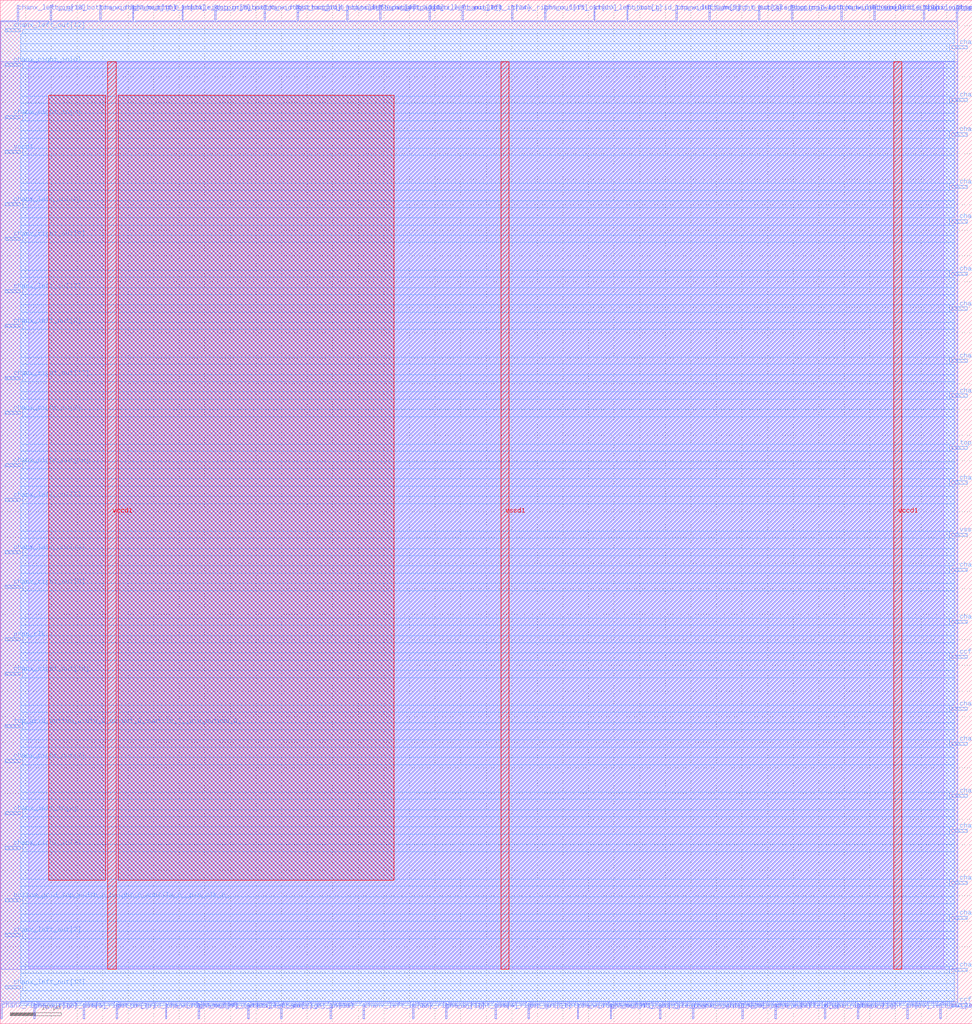
<source format=lef>
VERSION 5.7 ;
  NOWIREEXTENSIONATPIN ON ;
  DIVIDERCHAR "/" ;
  BUSBITCHARS "[]" ;
MACRO cbx_1__4_
  CLASS BLOCK ;
  FOREIGN cbx_1__4_ ;
  ORIGIN 0.000 0.000 ;
  SIZE 190.000 BY 200.000 ;
  PIN bottom_grid_top_width_0_height_0_subtile_0__pin_I_0_
    DIRECTION OUTPUT TRISTATE ;
    USE SIGNAL ;
    PORT
      LAYER met2 ;
        RECT 58.050 196.000 58.330 199.000 ;
    END
  END bottom_grid_top_width_0_height_0_subtile_0__pin_I_0_
  PIN bottom_grid_top_width_0_height_0_subtile_0__pin_I_4_
    DIRECTION OUTPUT TRISTATE ;
    USE SIGNAL ;
    PORT
      LAYER met2 ;
        RECT 122.450 196.000 122.730 199.000 ;
    END
  END bottom_grid_top_width_0_height_0_subtile_0__pin_I_4_
  PIN bottom_grid_top_width_0_height_0_subtile_0__pin_I_8_
    DIRECTION OUTPUT TRISTATE ;
    USE SIGNAL ;
    PORT
      LAYER met2 ;
        RECT 22.630 1.000 22.910 4.000 ;
    END
  END bottom_grid_top_width_0_height_0_subtile_0__pin_I_8_
  PIN bottom_grid_top_width_0_height_0_subtile_0__pin_clk_0_
    DIRECTION OUTPUT TRISTATE ;
    USE SIGNAL ;
    PORT
      LAYER met3 ;
        RECT 1.000 23.840 4.000 24.440 ;
    END
  END bottom_grid_top_width_0_height_0_subtile_0__pin_clk_0_
  PIN ccff_head
    DIRECTION INPUT ;
    USE SIGNAL ;
    PORT
      LAYER met3 ;
        RECT 186.000 3.440 189.000 4.040 ;
    END
  END ccff_head
  PIN ccff_tail
    DIRECTION OUTPUT TRISTATE ;
    USE SIGNAL ;
    PORT
      LAYER met3 ;
        RECT 186.000 71.440 189.000 72.040 ;
    END
  END ccff_tail
  PIN chanx_left_in[0]
    DIRECTION INPUT ;
    USE SIGNAL ;
    PORT
      LAYER met2 ;
        RECT 164.310 196.000 164.590 199.000 ;
    END
  END chanx_left_in[0]
  PIN chanx_left_in[10]
    DIRECTION INPUT ;
    USE SIGNAL ;
    PORT
      LAYER met3 ;
        RECT 186.000 105.440 189.000 106.040 ;
    END
  END chanx_left_in[10]
  PIN chanx_left_in[11]
    DIRECTION INPUT ;
    USE SIGNAL ;
    PORT
      LAYER met3 ;
        RECT 186.000 163.240 189.000 163.840 ;
    END
  END chanx_left_in[11]
  PIN chanx_left_in[12]
    DIRECTION INPUT ;
    USE SIGNAL ;
    PORT
      LAYER met3 ;
        RECT 1.000 159.840 4.000 160.440 ;
    END
  END chanx_left_in[12]
  PIN chanx_left_in[13]
    DIRECTION INPUT ;
    USE SIGNAL ;
    PORT
      LAYER met2 ;
        RECT 70.930 1.000 71.210 4.000 ;
    END
  END chanx_left_in[13]
  PIN chanx_left_in[14]
    DIRECTION INPUT ;
    USE SIGNAL ;
    PORT
      LAYER met2 ;
        RECT 90.250 196.000 90.530 199.000 ;
    END
  END chanx_left_in[14]
  PIN chanx_left_in[15]
    DIRECTION INPUT ;
    USE SIGNAL ;
    PORT
      LAYER met3 ;
        RECT 186.000 139.440 189.000 140.040 ;
    END
  END chanx_left_in[15]
  PIN chanx_left_in[16]
    DIRECTION INPUT ;
    USE SIGNAL ;
    PORT
      LAYER met2 ;
        RECT 183.630 1.000 183.910 4.000 ;
    END
  END chanx_left_in[16]
  PIN chanx_left_in[17]
    DIRECTION INPUT ;
    USE SIGNAL ;
    PORT
      LAYER met3 ;
        RECT 1.000 142.840 4.000 143.440 ;
    END
  END chanx_left_in[17]
  PIN chanx_left_in[18]
    DIRECTION INPUT ;
    USE SIGNAL ;
    PORT
      LAYER met2 ;
        RECT 3.310 196.000 3.590 199.000 ;
    END
  END chanx_left_in[18]
  PIN chanx_left_in[1]
    DIRECTION INPUT ;
    USE SIGNAL ;
    PORT
      LAYER met2 ;
        RECT 74.150 196.000 74.430 199.000 ;
    END
  END chanx_left_in[1]
  PIN chanx_left_in[2]
    DIRECTION INPUT ;
    USE SIGNAL ;
    PORT
      LAYER met3 ;
        RECT 1.000 40.840 4.000 41.440 ;
    END
  END chanx_left_in[2]
  PIN chanx_left_in[3]
    DIRECTION INPUT ;
    USE SIGNAL ;
    PORT
      LAYER met3 ;
        RECT 186.000 173.440 189.000 174.040 ;
    END
  END chanx_left_in[3]
  PIN chanx_left_in[4]
    DIRECTION INPUT ;
    USE SIGNAL ;
    PORT
      LAYER met3 ;
        RECT 186.000 44.240 189.000 44.840 ;
    END
  END chanx_left_in[4]
  PIN chanx_left_in[5]
    DIRECTION INPUT ;
    USE SIGNAL ;
    PORT
      LAYER met2 ;
        RECT 132.110 196.000 132.390 199.000 ;
    END
  END chanx_left_in[5]
  PIN chanx_left_in[6]
    DIRECTION INPUT ;
    USE SIGNAL ;
    PORT
      LAYER met2 ;
        RECT 48.390 1.000 48.670 4.000 ;
    END
  END chanx_left_in[6]
  PIN chanx_left_in[7]
    DIRECTION INPUT ;
    USE SIGNAL ;
    PORT
      LAYER met3 ;
        RECT 186.000 146.240 189.000 146.840 ;
    END
  END chanx_left_in[7]
  PIN chanx_left_in[8]
    DIRECTION INPUT ;
    USE SIGNAL ;
    PORT
      LAYER met2 ;
        RECT 151.430 1.000 151.710 4.000 ;
    END
  END chanx_left_in[8]
  PIN chanx_left_in[9]
    DIRECTION INPUT ;
    USE SIGNAL ;
    PORT
      LAYER met2 ;
        RECT 170.750 196.000 171.030 199.000 ;
    END
  END chanx_left_in[9]
  PIN chanx_left_out[0]
    DIRECTION OUTPUT TRISTATE ;
    USE SIGNAL ;
    PORT
      LAYER met3 ;
        RECT 186.000 27.240 189.000 27.840 ;
    END
  END chanx_left_out[0]
  PIN chanx_left_out[10]
    DIRECTION OUTPUT TRISTATE ;
    USE SIGNAL ;
    PORT
      LAYER met2 ;
        RECT 106.350 196.000 106.630 199.000 ;
    END
  END chanx_left_out[10]
  PIN chanx_left_out[11]
    DIRECTION OUTPUT TRISTATE ;
    USE SIGNAL ;
    PORT
      LAYER met3 ;
        RECT 186.000 156.440 189.000 157.040 ;
    END
  END chanx_left_out[11]
  PIN chanx_left_out[12]
    DIRECTION OUTPUT TRISTATE ;
    USE SIGNAL ;
    PORT
      LAYER met3 ;
        RECT 1.000 193.840 4.000 194.440 ;
    END
  END chanx_left_out[12]
  PIN chanx_left_out[13]
    DIRECTION OUTPUT TRISTATE ;
    USE SIGNAL ;
    PORT
      LAYER met3 ;
        RECT 1.000 6.840 4.000 7.440 ;
    END
  END chanx_left_out[13]
  PIN chanx_left_out[14]
    DIRECTION OUTPUT TRISTATE ;
    USE SIGNAL ;
    PORT
      LAYER met3 ;
        RECT 1.000 91.840 4.000 92.440 ;
    END
  END chanx_left_out[14]
  PIN chanx_left_out[15]
    DIRECTION OUTPUT TRISTATE ;
    USE SIGNAL ;
    PORT
      LAYER met2 ;
        RECT 38.730 1.000 39.010 4.000 ;
    END
  END chanx_left_out[15]
  PIN chanx_left_out[16]
    DIRECTION OUTPUT TRISTATE ;
    USE SIGNAL ;
    PORT
      LAYER met2 ;
        RECT 83.810 196.000 84.090 199.000 ;
    END
  END chanx_left_out[16]
  PIN chanx_left_out[17]
    DIRECTION OUTPUT TRISTATE ;
    USE SIGNAL ;
    PORT
      LAYER met3 ;
        RECT 186.000 129.240 189.000 129.840 ;
    END
  END chanx_left_out[17]
  PIN chanx_left_out[18]
    DIRECTION OUTPUT TRISTATE ;
    USE SIGNAL ;
    PORT
      LAYER met3 ;
        RECT 186.000 54.440 189.000 55.040 ;
    END
  END chanx_left_out[18]
  PIN chanx_left_out[1]
    DIRECTION OUTPUT TRISTATE ;
    USE SIGNAL ;
    PORT
      LAYER met2 ;
        RECT 116.010 196.000 116.290 199.000 ;
    END
  END chanx_left_out[1]
  PIN chanx_left_out[2]
    DIRECTION OUTPUT TRISTATE ;
    USE SIGNAL ;
    PORT
      LAYER met3 ;
        RECT 1.000 17.040 4.000 17.640 ;
    END
  END chanx_left_out[2]
  PIN chanx_left_out[3]
    DIRECTION OUTPUT TRISTATE ;
    USE SIGNAL ;
    PORT
      LAYER met2 ;
        RECT 177.190 1.000 177.470 4.000 ;
    END
  END chanx_left_out[3]
  PIN chanx_left_out[4]
    DIRECTION OUTPUT TRISTATE ;
    USE SIGNAL ;
    PORT
      LAYER met2 ;
        RECT 67.710 196.000 67.990 199.000 ;
    END
  END chanx_left_out[4]
  PIN chanx_left_out[5]
    DIRECTION OUTPUT TRISTATE ;
    USE SIGNAL ;
    PORT
      LAYER met3 ;
        RECT 186.000 180.240 189.000 180.840 ;
    END
  END chanx_left_out[5]
  PIN chanx_left_out[6]
    DIRECTION OUTPUT TRISTATE ;
    USE SIGNAL ;
    PORT
      LAYER met2 ;
        RECT 119.230 1.000 119.510 4.000 ;
    END
  END chanx_left_out[6]
  PIN chanx_left_out[7]
    DIRECTION OUTPUT TRISTATE ;
    USE SIGNAL ;
    PORT
      LAYER met3 ;
        RECT 1.000 102.040 4.000 102.640 ;
    END
  END chanx_left_out[7]
  PIN chanx_left_out[8]
    DIRECTION OUTPUT TRISTATE ;
    USE SIGNAL ;
    PORT
      LAYER met3 ;
        RECT 1.000 136.040 4.000 136.640 ;
    END
  END chanx_left_out[8]
  PIN chanx_left_out[9]
    DIRECTION OUTPUT TRISTATE ;
    USE SIGNAL ;
    PORT
      LAYER met3 ;
        RECT 186.000 88.440 189.000 89.040 ;
    END
  END chanx_left_out[9]
  PIN chanx_right_in[0]
    DIRECTION INPUT ;
    USE SIGNAL ;
    PORT
      LAYER met3 ;
        RECT 1.000 187.040 4.000 187.640 ;
    END
  END chanx_right_in[0]
  PIN chanx_right_in[10]
    DIRECTION INPUT ;
    USE SIGNAL ;
    PORT
      LAYER met2 ;
        RECT 161.090 1.000 161.370 4.000 ;
    END
  END chanx_right_in[10]
  PIN chanx_right_in[11]
    DIRECTION INPUT ;
    USE SIGNAL ;
    PORT
      LAYER met2 ;
        RECT 80.590 1.000 80.870 4.000 ;
    END
  END chanx_right_in[11]
  PIN chanx_right_in[12]
    DIRECTION INPUT ;
    USE SIGNAL ;
    PORT
      LAYER met2 ;
        RECT 135.330 1.000 135.610 4.000 ;
    END
  END chanx_right_in[12]
  PIN chanx_right_in[13]
    DIRECTION INPUT ;
    USE SIGNAL ;
    PORT
      LAYER met2 ;
        RECT 186.850 196.000 187.130 199.000 ;
    END
  END chanx_right_in[13]
  PIN chanx_right_in[14]
    DIRECTION INPUT ;
    USE SIGNAL ;
    PORT
      LAYER met2 ;
        RECT 25.850 196.000 26.130 199.000 ;
    END
  END chanx_right_in[14]
  PIN chanx_right_in[15]
    DIRECTION INPUT ;
    USE SIGNAL ;
    PORT
      LAYER met2 ;
        RECT 16.190 1.000 16.470 4.000 ;
    END
  END chanx_right_in[15]
  PIN chanx_right_in[16]
    DIRECTION INPUT ;
    USE SIGNAL ;
    PORT
      LAYER met2 ;
        RECT 54.830 1.000 55.110 4.000 ;
    END
  END chanx_right_in[16]
  PIN chanx_right_in[17]
    DIRECTION INPUT ;
    USE SIGNAL ;
    PORT
      LAYER met2 ;
        RECT 167.530 1.000 167.810 4.000 ;
    END
  END chanx_right_in[17]
  PIN chanx_right_in[18]
    DIRECTION INPUT ;
    USE SIGNAL ;
    PORT
      LAYER met3 ;
        RECT 186.000 78.240 189.000 78.840 ;
    END
  END chanx_right_in[18]
  PIN chanx_right_in[1]
    DIRECTION INPUT ;
    USE SIGNAL ;
    PORT
      LAYER met3 ;
        RECT 186.000 37.440 189.000 38.040 ;
    END
  END chanx_right_in[1]
  PIN chanx_right_in[2]
    DIRECTION INPUT ;
    USE SIGNAL ;
    PORT
      LAYER met3 ;
        RECT 1.000 34.040 4.000 34.640 ;
    END
  END chanx_right_in[2]
  PIN chanx_right_in[3]
    DIRECTION INPUT ;
    USE SIGNAL ;
    PORT
      LAYER met3 ;
        RECT 1.000 176.840 4.000 177.440 ;
    END
  END chanx_right_in[3]
  PIN chanx_right_in[4]
    DIRECTION INPUT ;
    USE SIGNAL ;
    PORT
      LAYER met3 ;
        RECT 186.000 10.240 189.000 10.840 ;
    END
  END chanx_right_in[4]
  PIN chanx_right_in[5]
    DIRECTION INPUT ;
    USE SIGNAL ;
    PORT
      LAYER met2 ;
        RECT 35.510 196.000 35.790 199.000 ;
    END
  END chanx_right_in[5]
  PIN chanx_right_in[6]
    DIRECTION INPUT ;
    USE SIGNAL ;
    PORT
      LAYER met3 ;
        RECT 186.000 61.240 189.000 61.840 ;
    END
  END chanx_right_in[6]
  PIN chanx_right_in[7]
    DIRECTION INPUT ;
    USE SIGNAL ;
    PORT
      LAYER met3 ;
        RECT 1.000 119.040 4.000 119.640 ;
    END
  END chanx_right_in[7]
  PIN chanx_right_in[8]
    DIRECTION INPUT ;
    USE SIGNAL ;
    PORT
      LAYER met2 ;
        RECT 144.990 1.000 145.270 4.000 ;
    END
  END chanx_right_in[8]
  PIN chanx_right_in[9]
    DIRECTION INPUT ;
    USE SIGNAL ;
    PORT
      LAYER met3 ;
        RECT 186.000 122.440 189.000 123.040 ;
    END
  END chanx_right_in[9]
  PIN chanx_right_out[0]
    DIRECTION OUTPUT TRISTATE ;
    USE SIGNAL ;
    PORT
      LAYER met3 ;
        RECT 1.000 153.040 4.000 153.640 ;
    END
  END chanx_right_out[0]
  PIN chanx_right_out[10]
    DIRECTION OUTPUT TRISTATE ;
    USE SIGNAL ;
    PORT
      LAYER met2 ;
        RECT 19.410 196.000 19.690 199.000 ;
    END
  END chanx_right_out[10]
  PIN chanx_right_out[11]
    DIRECTION OUTPUT TRISTATE ;
    USE SIGNAL ;
    PORT
      LAYER met2 ;
        RECT 96.690 1.000 96.970 4.000 ;
    END
  END chanx_right_out[11]
  PIN chanx_right_out[12]
    DIRECTION OUTPUT TRISTATE ;
    USE SIGNAL ;
    PORT
      LAYER met2 ;
        RECT 0.090 1.000 0.370 4.000 ;
    END
  END chanx_right_out[12]
  PIN chanx_right_out[13]
    DIRECTION OUTPUT TRISTATE ;
    USE SIGNAL ;
    PORT
      LAYER met2 ;
        RECT 112.790 1.000 113.070 4.000 ;
    END
  END chanx_right_out[13]
  PIN chanx_right_out[14]
    DIRECTION OUTPUT TRISTATE ;
    USE SIGNAL ;
    PORT
      LAYER met2 ;
        RECT 51.610 196.000 51.890 199.000 ;
    END
  END chanx_right_out[14]
  PIN chanx_right_out[15]
    DIRECTION OUTPUT TRISTATE ;
    USE SIGNAL ;
    PORT
      LAYER met2 ;
        RECT 99.910 196.000 100.190 199.000 ;
    END
  END chanx_right_out[15]
  PIN chanx_right_out[16]
    DIRECTION OUTPUT TRISTATE ;
    USE SIGNAL ;
    PORT
      LAYER met3 ;
        RECT 1.000 68.040 4.000 68.640 ;
    END
  END chanx_right_out[16]
  PIN chanx_right_out[17]
    DIRECTION OUTPUT TRISTATE ;
    USE SIGNAL ;
    PORT
      LAYER met3 ;
        RECT 1.000 125.840 4.000 126.440 ;
    END
  END chanx_right_out[17]
  PIN chanx_right_out[18]
    DIRECTION OUTPUT TRISTATE ;
    USE SIGNAL ;
    PORT
      LAYER met3 ;
        RECT 1.000 108.840 4.000 109.440 ;
    END
  END chanx_right_out[18]
  PIN chanx_right_out[1]
    DIRECTION OUTPUT TRISTATE ;
    USE SIGNAL ;
    PORT
      LAYER met2 ;
        RECT 6.530 1.000 6.810 4.000 ;
    END
  END chanx_right_out[1]
  PIN chanx_right_out[2]
    DIRECTION OUTPUT TRISTATE ;
    USE SIGNAL ;
    PORT
      LAYER met2 ;
        RECT 180.410 196.000 180.690 199.000 ;
    END
  END chanx_right_out[2]
  PIN chanx_right_out[3]
    DIRECTION OUTPUT TRISTATE ;
    USE SIGNAL ;
    PORT
      LAYER met2 ;
        RECT 138.550 196.000 138.830 199.000 ;
    END
  END chanx_right_out[3]
  PIN chanx_right_out[4]
    DIRECTION OUTPUT TRISTATE ;
    USE SIGNAL ;
    PORT
      LAYER met2 ;
        RECT 87.030 1.000 87.310 4.000 ;
    END
  END chanx_right_out[4]
  PIN chanx_right_out[5]
    DIRECTION OUTPUT TRISTATE ;
    USE SIGNAL ;
    PORT
      LAYER met3 ;
        RECT 186.000 190.440 189.000 191.040 ;
    END
  END chanx_right_out[5]
  PIN chanx_right_out[6]
    DIRECTION OUTPUT TRISTATE ;
    USE SIGNAL ;
    PORT
      LAYER met3 ;
        RECT 186.000 20.440 189.000 21.040 ;
    END
  END chanx_right_out[6]
  PIN chanx_right_out[7]
    DIRECTION OUTPUT TRISTATE ;
    USE SIGNAL ;
    PORT
      LAYER met3 ;
        RECT 1.000 51.040 4.000 51.640 ;
    END
  END chanx_right_out[7]
  PIN chanx_right_out[8]
    DIRECTION OUTPUT TRISTATE ;
    USE SIGNAL ;
    PORT
      LAYER met3 ;
        RECT 1.000 85.040 4.000 85.640 ;
    END
  END chanx_right_out[8]
  PIN chanx_right_out[9]
    DIRECTION OUTPUT TRISTATE ;
    USE SIGNAL ;
    PORT
      LAYER met2 ;
        RECT 32.290 1.000 32.570 4.000 ;
    END
  END chanx_right_out[9]
  PIN pReset
    DIRECTION INPUT ;
    USE SIGNAL ;
    PORT
      LAYER met2 ;
        RECT 64.490 1.000 64.770 4.000 ;
    END
  END pReset
  PIN prog_clk
    DIRECTION INPUT ;
    USE SIGNAL ;
    PORT
      LAYER met3 ;
        RECT 1.000 74.840 4.000 75.440 ;
    END
  END prog_clk
  PIN top_grid_bottom_width_0_height_0_subtile_0__pin_outpad_0_
    DIRECTION OUTPUT TRISTATE ;
    USE SIGNAL ;
    PORT
      LAYER met3 ;
        RECT 186.000 112.240 189.000 112.840 ;
    END
  END top_grid_bottom_width_0_height_0_subtile_0__pin_outpad_0_
  PIN top_grid_bottom_width_0_height_0_subtile_1__pin_outpad_0_
    DIRECTION OUTPUT TRISTATE ;
    USE SIGNAL ;
    PORT
      LAYER met2 ;
        RECT 103.130 1.000 103.410 4.000 ;
    END
  END top_grid_bottom_width_0_height_0_subtile_1__pin_outpad_0_
  PIN top_grid_bottom_width_0_height_0_subtile_2__pin_outpad_0_
    DIRECTION OUTPUT TRISTATE ;
    USE SIGNAL ;
    PORT
      LAYER met2 ;
        RECT 154.650 196.000 154.930 199.000 ;
    END
  END top_grid_bottom_width_0_height_0_subtile_2__pin_outpad_0_
  PIN top_grid_bottom_width_0_height_0_subtile_3__pin_outpad_0_
    DIRECTION OUTPUT TRISTATE ;
    USE SIGNAL ;
    PORT
      LAYER met2 ;
        RECT 148.210 196.000 148.490 199.000 ;
    END
  END top_grid_bottom_width_0_height_0_subtile_3__pin_outpad_0_
  PIN top_grid_bottom_width_0_height_0_subtile_4__pin_outpad_0_
    DIRECTION OUTPUT TRISTATE ;
    USE SIGNAL ;
    PORT
      LAYER met2 ;
        RECT 9.750 196.000 10.030 199.000 ;
    END
  END top_grid_bottom_width_0_height_0_subtile_4__pin_outpad_0_
  PIN top_grid_bottom_width_0_height_0_subtile_5__pin_outpad_0_
    DIRECTION OUTPUT TRISTATE ;
    USE SIGNAL ;
    PORT
      LAYER met2 ;
        RECT 41.950 196.000 42.230 199.000 ;
    END
  END top_grid_bottom_width_0_height_0_subtile_5__pin_outpad_0_
  PIN top_grid_bottom_width_0_height_0_subtile_6__pin_outpad_0_
    DIRECTION OUTPUT TRISTATE ;
    USE SIGNAL ;
    PORT
      LAYER met2 ;
        RECT 128.890 1.000 129.170 4.000 ;
    END
  END top_grid_bottom_width_0_height_0_subtile_6__pin_outpad_0_
  PIN top_grid_bottom_width_0_height_0_subtile_7__pin_outpad_0_
    DIRECTION OUTPUT TRISTATE ;
    USE SIGNAL ;
    PORT
      LAYER met3 ;
        RECT 1.000 57.840 4.000 58.440 ;
    END
  END top_grid_bottom_width_0_height_0_subtile_7__pin_outpad_0_
  PIN vccd1
    DIRECTION INOUT ;
    USE SIGNAL ;
    PORT
      LAYER met3 ;
        RECT 1.000 170.040 4.000 170.640 ;
    END
    PORT
      LAYER met4 ;
        RECT 21.040 10.640 22.640 187.920 ;
    END
    PORT
      LAYER met4 ;
        RECT 174.640 10.640 176.240 187.920 ;
    END
  END vccd1
  PIN vssd1
    DIRECTION INOUT ;
    USE SIGNAL ;
    PORT
      LAYER met3 ;
        RECT 186.000 95.240 189.000 95.840 ;
    END
    PORT
      LAYER met4 ;
        RECT 97.840 10.640 99.440 187.920 ;
    END
  END vssd1
  OBS
      LAYER li1 ;
        RECT 5.520 10.795 184.460 187.765 ;
      LAYER met1 ;
        RECT 0.070 10.640 187.150 187.920 ;
      LAYER met2 ;
        RECT 0.100 195.720 3.030 196.000 ;
        RECT 3.870 195.720 9.470 196.000 ;
        RECT 10.310 195.720 19.130 196.000 ;
        RECT 19.970 195.720 25.570 196.000 ;
        RECT 26.410 195.720 35.230 196.000 ;
        RECT 36.070 195.720 41.670 196.000 ;
        RECT 42.510 195.720 51.330 196.000 ;
        RECT 52.170 195.720 57.770 196.000 ;
        RECT 58.610 195.720 67.430 196.000 ;
        RECT 68.270 195.720 73.870 196.000 ;
        RECT 74.710 195.720 83.530 196.000 ;
        RECT 84.370 195.720 89.970 196.000 ;
        RECT 90.810 195.720 99.630 196.000 ;
        RECT 100.470 195.720 106.070 196.000 ;
        RECT 106.910 195.720 115.730 196.000 ;
        RECT 116.570 195.720 122.170 196.000 ;
        RECT 123.010 195.720 131.830 196.000 ;
        RECT 132.670 195.720 138.270 196.000 ;
        RECT 139.110 195.720 147.930 196.000 ;
        RECT 148.770 195.720 154.370 196.000 ;
        RECT 155.210 195.720 164.030 196.000 ;
        RECT 164.870 195.720 170.470 196.000 ;
        RECT 171.310 195.720 180.130 196.000 ;
        RECT 180.970 195.720 186.570 196.000 ;
        RECT 0.100 4.280 187.120 195.720 ;
        RECT 0.650 4.000 6.250 4.280 ;
        RECT 7.090 4.000 15.910 4.280 ;
        RECT 16.750 4.000 22.350 4.280 ;
        RECT 23.190 4.000 32.010 4.280 ;
        RECT 32.850 4.000 38.450 4.280 ;
        RECT 39.290 4.000 48.110 4.280 ;
        RECT 48.950 4.000 54.550 4.280 ;
        RECT 55.390 4.000 64.210 4.280 ;
        RECT 65.050 4.000 70.650 4.280 ;
        RECT 71.490 4.000 80.310 4.280 ;
        RECT 81.150 4.000 86.750 4.280 ;
        RECT 87.590 4.000 96.410 4.280 ;
        RECT 97.250 4.000 102.850 4.280 ;
        RECT 103.690 4.000 112.510 4.280 ;
        RECT 113.350 4.000 118.950 4.280 ;
        RECT 119.790 4.000 128.610 4.280 ;
        RECT 129.450 4.000 135.050 4.280 ;
        RECT 135.890 4.000 144.710 4.280 ;
        RECT 145.550 4.000 151.150 4.280 ;
        RECT 151.990 4.000 160.810 4.280 ;
        RECT 161.650 4.000 167.250 4.280 ;
        RECT 168.090 4.000 176.910 4.280 ;
        RECT 177.750 4.000 183.350 4.280 ;
        RECT 184.190 4.000 187.120 4.280 ;
      LAYER met3 ;
        RECT 4.400 193.440 186.450 194.305 ;
        RECT 4.000 191.440 186.450 193.440 ;
        RECT 4.000 190.040 185.600 191.440 ;
        RECT 4.000 188.040 186.450 190.040 ;
        RECT 4.400 186.640 186.450 188.040 ;
        RECT 4.000 181.240 186.450 186.640 ;
        RECT 4.000 179.840 185.600 181.240 ;
        RECT 4.000 177.840 186.450 179.840 ;
        RECT 4.400 176.440 186.450 177.840 ;
        RECT 4.000 174.440 186.450 176.440 ;
        RECT 4.000 173.040 185.600 174.440 ;
        RECT 4.000 171.040 186.450 173.040 ;
        RECT 4.400 169.640 186.450 171.040 ;
        RECT 4.000 164.240 186.450 169.640 ;
        RECT 4.000 162.840 185.600 164.240 ;
        RECT 4.000 160.840 186.450 162.840 ;
        RECT 4.400 159.440 186.450 160.840 ;
        RECT 4.000 157.440 186.450 159.440 ;
        RECT 4.000 156.040 185.600 157.440 ;
        RECT 4.000 154.040 186.450 156.040 ;
        RECT 4.400 152.640 186.450 154.040 ;
        RECT 4.000 147.240 186.450 152.640 ;
        RECT 4.000 145.840 185.600 147.240 ;
        RECT 4.000 143.840 186.450 145.840 ;
        RECT 4.400 142.440 186.450 143.840 ;
        RECT 4.000 140.440 186.450 142.440 ;
        RECT 4.000 139.040 185.600 140.440 ;
        RECT 4.000 137.040 186.450 139.040 ;
        RECT 4.400 135.640 186.450 137.040 ;
        RECT 4.000 130.240 186.450 135.640 ;
        RECT 4.000 128.840 185.600 130.240 ;
        RECT 4.000 126.840 186.450 128.840 ;
        RECT 4.400 125.440 186.450 126.840 ;
        RECT 4.000 123.440 186.450 125.440 ;
        RECT 4.000 122.040 185.600 123.440 ;
        RECT 4.000 120.040 186.450 122.040 ;
        RECT 4.400 118.640 186.450 120.040 ;
        RECT 4.000 113.240 186.450 118.640 ;
        RECT 4.000 111.840 185.600 113.240 ;
        RECT 4.000 109.840 186.450 111.840 ;
        RECT 4.400 108.440 186.450 109.840 ;
        RECT 4.000 106.440 186.450 108.440 ;
        RECT 4.000 105.040 185.600 106.440 ;
        RECT 4.000 103.040 186.450 105.040 ;
        RECT 4.400 101.640 186.450 103.040 ;
        RECT 4.000 96.240 186.450 101.640 ;
        RECT 4.000 94.840 185.600 96.240 ;
        RECT 4.000 92.840 186.450 94.840 ;
        RECT 4.400 91.440 186.450 92.840 ;
        RECT 4.000 89.440 186.450 91.440 ;
        RECT 4.000 88.040 185.600 89.440 ;
        RECT 4.000 86.040 186.450 88.040 ;
        RECT 4.400 84.640 186.450 86.040 ;
        RECT 4.000 79.240 186.450 84.640 ;
        RECT 4.000 77.840 185.600 79.240 ;
        RECT 4.000 75.840 186.450 77.840 ;
        RECT 4.400 74.440 186.450 75.840 ;
        RECT 4.000 72.440 186.450 74.440 ;
        RECT 4.000 71.040 185.600 72.440 ;
        RECT 4.000 69.040 186.450 71.040 ;
        RECT 4.400 67.640 186.450 69.040 ;
        RECT 4.000 62.240 186.450 67.640 ;
        RECT 4.000 60.840 185.600 62.240 ;
        RECT 4.000 58.840 186.450 60.840 ;
        RECT 4.400 57.440 186.450 58.840 ;
        RECT 4.000 55.440 186.450 57.440 ;
        RECT 4.000 54.040 185.600 55.440 ;
        RECT 4.000 52.040 186.450 54.040 ;
        RECT 4.400 50.640 186.450 52.040 ;
        RECT 4.000 45.240 186.450 50.640 ;
        RECT 4.000 43.840 185.600 45.240 ;
        RECT 4.000 41.840 186.450 43.840 ;
        RECT 4.400 40.440 186.450 41.840 ;
        RECT 4.000 38.440 186.450 40.440 ;
        RECT 4.000 37.040 185.600 38.440 ;
        RECT 4.000 35.040 186.450 37.040 ;
        RECT 4.400 33.640 186.450 35.040 ;
        RECT 4.000 28.240 186.450 33.640 ;
        RECT 4.000 26.840 185.600 28.240 ;
        RECT 4.000 24.840 186.450 26.840 ;
        RECT 4.400 23.440 186.450 24.840 ;
        RECT 4.000 21.440 186.450 23.440 ;
        RECT 4.000 20.040 185.600 21.440 ;
        RECT 4.000 18.040 186.450 20.040 ;
        RECT 4.400 16.640 186.450 18.040 ;
        RECT 4.000 11.240 186.450 16.640 ;
        RECT 4.000 9.840 185.600 11.240 ;
        RECT 4.000 7.840 186.450 9.840 ;
        RECT 4.400 6.440 186.450 7.840 ;
        RECT 4.000 4.440 186.450 6.440 ;
        RECT 4.000 3.590 185.600 4.440 ;
      LAYER met4 ;
        RECT 9.495 28.055 20.640 181.385 ;
        RECT 23.040 28.055 76.985 181.385 ;
  END
END cbx_1__4_
END LIBRARY


</source>
